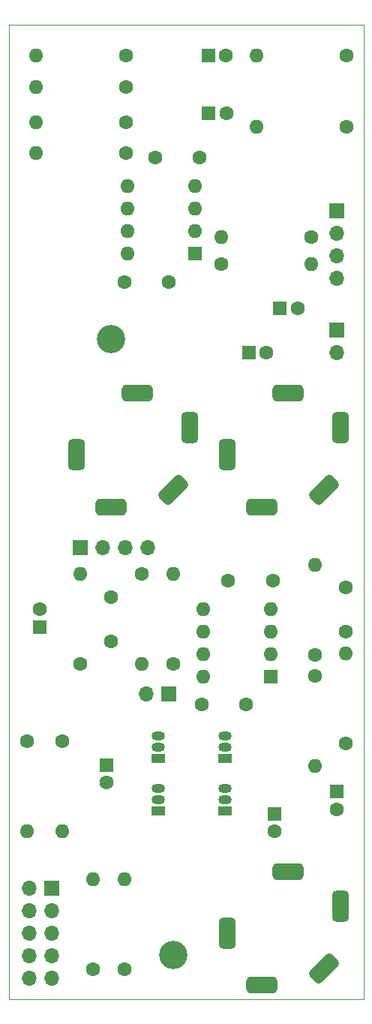
<source format=gts>
G04 #@! TF.GenerationSoftware,KiCad,Pcbnew,(6.0.0)*
G04 #@! TF.CreationDate,2022-04-30T23:24:42+02:00*
G04 #@! TF.ProjectId,Output-mixer,4f757470-7574-42d6-9d69-7865722e6b69,rev?*
G04 #@! TF.SameCoordinates,Original*
G04 #@! TF.FileFunction,Soldermask,Top*
G04 #@! TF.FilePolarity,Negative*
%FSLAX46Y46*%
G04 Gerber Fmt 4.6, Leading zero omitted, Abs format (unit mm)*
G04 Created by KiCad (PCBNEW (6.0.0)) date 2022-04-30 23:24:42*
%MOMM*%
%LPD*%
G01*
G04 APERTURE LIST*
G04 Aperture macros list*
%AMRoundRect*
0 Rectangle with rounded corners*
0 $1 Rounding radius*
0 $2 $3 $4 $5 $6 $7 $8 $9 X,Y pos of 4 corners*
0 Add a 4 corners polygon primitive as box body*
4,1,4,$2,$3,$4,$5,$6,$7,$8,$9,$2,$3,0*
0 Add four circle primitives for the rounded corners*
1,1,$1+$1,$2,$3*
1,1,$1+$1,$4,$5*
1,1,$1+$1,$6,$7*
1,1,$1+$1,$8,$9*
0 Add four rect primitives between the rounded corners*
20,1,$1+$1,$2,$3,$4,$5,0*
20,1,$1+$1,$4,$5,$6,$7,0*
20,1,$1+$1,$6,$7,$8,$9,0*
20,1,$1+$1,$8,$9,$2,$3,0*%
G04 Aperture macros list end*
G04 #@! TA.AperFunction,Profile*
%ADD10C,0.050000*%
G04 #@! TD*
%ADD11C,1.600000*%
%ADD12O,1.600000X1.600000*%
%ADD13RoundRect,0.475000X-0.475000X1.275000X-0.475000X-1.275000X0.475000X-1.275000X0.475000X1.275000X0*%
%ADD14RoundRect,0.475000X1.275000X0.475000X-1.275000X0.475000X-1.275000X-0.475000X1.275000X-0.475000X0*%
%ADD15RoundRect,0.475000X-0.565685X-1.237437X1.237437X0.565685X0.565685X1.237437X-1.237437X-0.565685X0*%
%ADD16RoundRect,0.475000X0.475000X-1.275000X0.475000X1.275000X-0.475000X1.275000X-0.475000X-1.275000X0*%
%ADD17R,1.700000X1.700000*%
%ADD18O,1.700000X1.700000*%
%ADD19R,1.500000X1.050000*%
%ADD20O,1.500000X1.050000*%
%ADD21C,3.200000*%
%ADD22R,1.600000X1.600000*%
G04 APERTURE END LIST*
D10*
X161500000Y-31000000D02*
X161500000Y-141000000D01*
X161500000Y-31000000D02*
X201500000Y-31000000D01*
X201500000Y-141000000D02*
X161500000Y-141000000D01*
X201500000Y-31000000D02*
X201500000Y-141000000D01*
D11*
X196000000Y-102080000D03*
D12*
X196000000Y-91920000D03*
D13*
X169100000Y-79500000D03*
D14*
X173000000Y-85400000D03*
D15*
X180030000Y-83530000D03*
D14*
X176000000Y-72600000D03*
D16*
X181900000Y-76500000D03*
D11*
X171000000Y-137580000D03*
D12*
X171000000Y-127420000D03*
D17*
X198500000Y-52000000D03*
D18*
X198500000Y-54540000D03*
X198500000Y-57080000D03*
X198500000Y-59620000D03*
D19*
X185860000Y-113770000D03*
D20*
X185860000Y-112500000D03*
X185860000Y-111230000D03*
D17*
X198500000Y-65500000D03*
D18*
X198500000Y-68040000D03*
D11*
X167500000Y-111840000D03*
D12*
X167500000Y-122000000D03*
D19*
X185860000Y-119770000D03*
D20*
X185860000Y-118500000D03*
X185860000Y-117230000D03*
D11*
X174660000Y-34500000D03*
D12*
X164500000Y-34500000D03*
D11*
X196000000Y-104500000D03*
D12*
X196000000Y-114660000D03*
D11*
X199500000Y-112080000D03*
D12*
X199500000Y-101920000D03*
D13*
X186100000Y-79500000D03*
D14*
X190000000Y-85400000D03*
D15*
X197030000Y-83530000D03*
D14*
X193000000Y-72600000D03*
D16*
X198900000Y-76500000D03*
D21*
X180000000Y-136000000D03*
D11*
X174500000Y-60000000D03*
X179500000Y-60000000D03*
X174660000Y-42000000D03*
D12*
X164500000Y-42000000D03*
D11*
X199580000Y-34500000D03*
D12*
X189420000Y-34500000D03*
D19*
X178360000Y-113770000D03*
D20*
X178360000Y-112500000D03*
X178360000Y-111230000D03*
D11*
X169500000Y-103160000D03*
D12*
X169500000Y-93000000D03*
D19*
X178360000Y-119770000D03*
D20*
X178360000Y-118500000D03*
X178360000Y-117230000D03*
D11*
X199580000Y-42500000D03*
D12*
X189420000Y-42500000D03*
D17*
X169500000Y-90000000D03*
D18*
X172040000Y-90000000D03*
X174580000Y-90000000D03*
X177120000Y-90000000D03*
D11*
X180000000Y-103160000D03*
D12*
X180000000Y-93000000D03*
D11*
X176500000Y-93000000D03*
D12*
X176500000Y-103160000D03*
D11*
X178000000Y-46000000D03*
X183000000Y-46000000D03*
D22*
X182500000Y-56800000D03*
D12*
X182500000Y-54260000D03*
X182500000Y-51720000D03*
X182500000Y-49180000D03*
X174880000Y-49180000D03*
X174880000Y-51720000D03*
X174880000Y-54260000D03*
X174880000Y-56800000D03*
D11*
X173000000Y-95580000D03*
X173000000Y-100580000D03*
X174500000Y-137580000D03*
D12*
X174500000Y-127420000D03*
D11*
X174660000Y-45500000D03*
D12*
X164500000Y-45500000D03*
D11*
X185420000Y-58000000D03*
D12*
X195580000Y-58000000D03*
D11*
X163500000Y-111840000D03*
D12*
X163500000Y-122000000D03*
D11*
X191250000Y-93750000D03*
X186250000Y-93750000D03*
X183250000Y-107750000D03*
X188250000Y-107750000D03*
X174660000Y-38000000D03*
D12*
X164500000Y-38000000D03*
D21*
X173000000Y-66500000D03*
D11*
X195580000Y-55000000D03*
D12*
X185420000Y-55000000D03*
D22*
X191050000Y-104550000D03*
D12*
X191050000Y-102010000D03*
X191050000Y-99470000D03*
X191050000Y-96930000D03*
X183430000Y-96930000D03*
X183430000Y-99470000D03*
X183430000Y-102010000D03*
X183430000Y-104550000D03*
D17*
X179500000Y-106500000D03*
D18*
X176960000Y-106500000D03*
D11*
X199500000Y-99500000D03*
X199500000Y-94500000D03*
D13*
X186100000Y-133500000D03*
D14*
X190000000Y-139400000D03*
D15*
X197030000Y-137530000D03*
D14*
X193000000Y-126600000D03*
D16*
X198900000Y-130500000D03*
D22*
X188544887Y-68000000D03*
D11*
X190544887Y-68000000D03*
D22*
X184000000Y-34500000D03*
D11*
X186000000Y-34500000D03*
D22*
X165000000Y-98955112D03*
D11*
X165000000Y-96955112D03*
D22*
X184044887Y-41000000D03*
D11*
X186044887Y-41000000D03*
D22*
X198500000Y-117544888D03*
D11*
X198500000Y-119544888D03*
D22*
X191500000Y-120044888D03*
D11*
X191500000Y-122044888D03*
D17*
X166275000Y-128425000D03*
D18*
X163735000Y-128425000D03*
X166275000Y-130965000D03*
X163735000Y-130965000D03*
X166275000Y-133505000D03*
X163735000Y-133505000D03*
X166275000Y-136045000D03*
X163735000Y-136045000D03*
X166275000Y-138585000D03*
X163735000Y-138585000D03*
D22*
X172500000Y-114544887D03*
D11*
X172500000Y-116544887D03*
D22*
X192044888Y-63000000D03*
D11*
X194044888Y-63000000D03*
M02*

</source>
